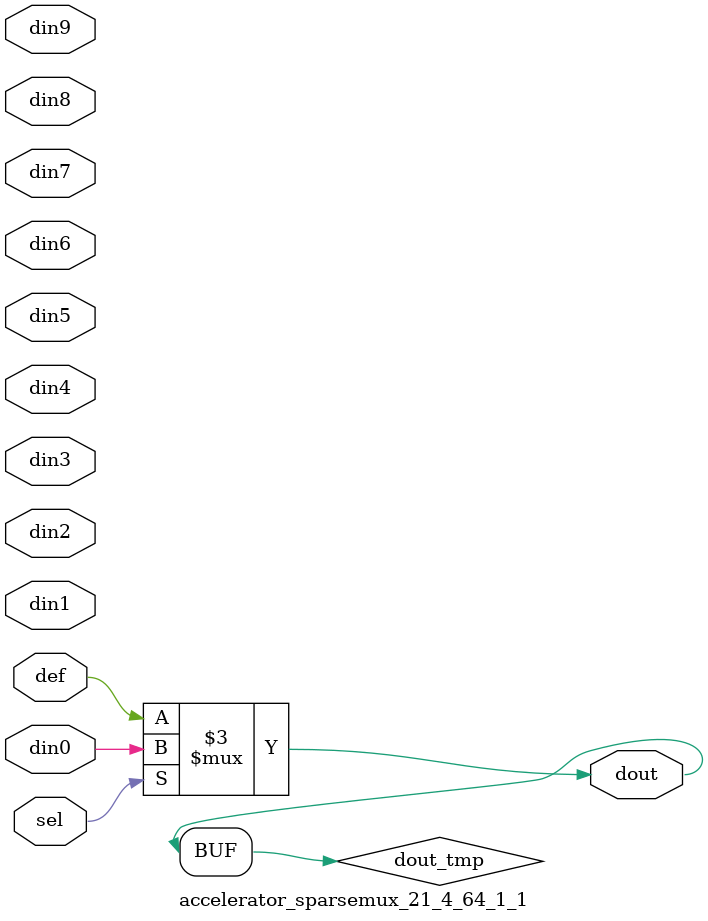
<source format=v>
`timescale 1ns / 1ps

module accelerator_sparsemux_21_4_64_1_1 (din0,din1,din2,din3,din4,din5,din6,din7,din8,din9,def,sel,dout);

parameter din0_WIDTH = 1;

parameter din1_WIDTH = 1;

parameter din2_WIDTH = 1;

parameter din3_WIDTH = 1;

parameter din4_WIDTH = 1;

parameter din5_WIDTH = 1;

parameter din6_WIDTH = 1;

parameter din7_WIDTH = 1;

parameter din8_WIDTH = 1;

parameter din9_WIDTH = 1;

parameter def_WIDTH = 1;
parameter sel_WIDTH = 1;
parameter dout_WIDTH = 1;

parameter [sel_WIDTH-1:0] CASE0 = 1;

parameter [sel_WIDTH-1:0] CASE1 = 1;

parameter [sel_WIDTH-1:0] CASE2 = 1;

parameter [sel_WIDTH-1:0] CASE3 = 1;

parameter [sel_WIDTH-1:0] CASE4 = 1;

parameter [sel_WIDTH-1:0] CASE5 = 1;

parameter [sel_WIDTH-1:0] CASE6 = 1;

parameter [sel_WIDTH-1:0] CASE7 = 1;

parameter [sel_WIDTH-1:0] CASE8 = 1;

parameter [sel_WIDTH-1:0] CASE9 = 1;

parameter ID = 1;
parameter NUM_STAGE = 1;



input [din0_WIDTH-1:0] din0;

input [din1_WIDTH-1:0] din1;

input [din2_WIDTH-1:0] din2;

input [din3_WIDTH-1:0] din3;

input [din4_WIDTH-1:0] din4;

input [din5_WIDTH-1:0] din5;

input [din6_WIDTH-1:0] din6;

input [din7_WIDTH-1:0] din7;

input [din8_WIDTH-1:0] din8;

input [din9_WIDTH-1:0] din9;

input [def_WIDTH-1:0] def;
input [sel_WIDTH-1:0] sel;

output [dout_WIDTH-1:0] dout;



reg [dout_WIDTH-1:0] dout_tmp;


always @ (*) begin
(* parallel_case *) case (sel)
    
    CASE0 : dout_tmp = din0;
    
    CASE1 : dout_tmp = din1;
    
    CASE2 : dout_tmp = din2;
    
    CASE3 : dout_tmp = din3;
    
    CASE4 : dout_tmp = din4;
    
    CASE5 : dout_tmp = din5;
    
    CASE6 : dout_tmp = din6;
    
    CASE7 : dout_tmp = din7;
    
    CASE8 : dout_tmp = din8;
    
    CASE9 : dout_tmp = din9;
    
    default : dout_tmp = def;
endcase
end


assign dout = dout_tmp;



endmodule

</source>
